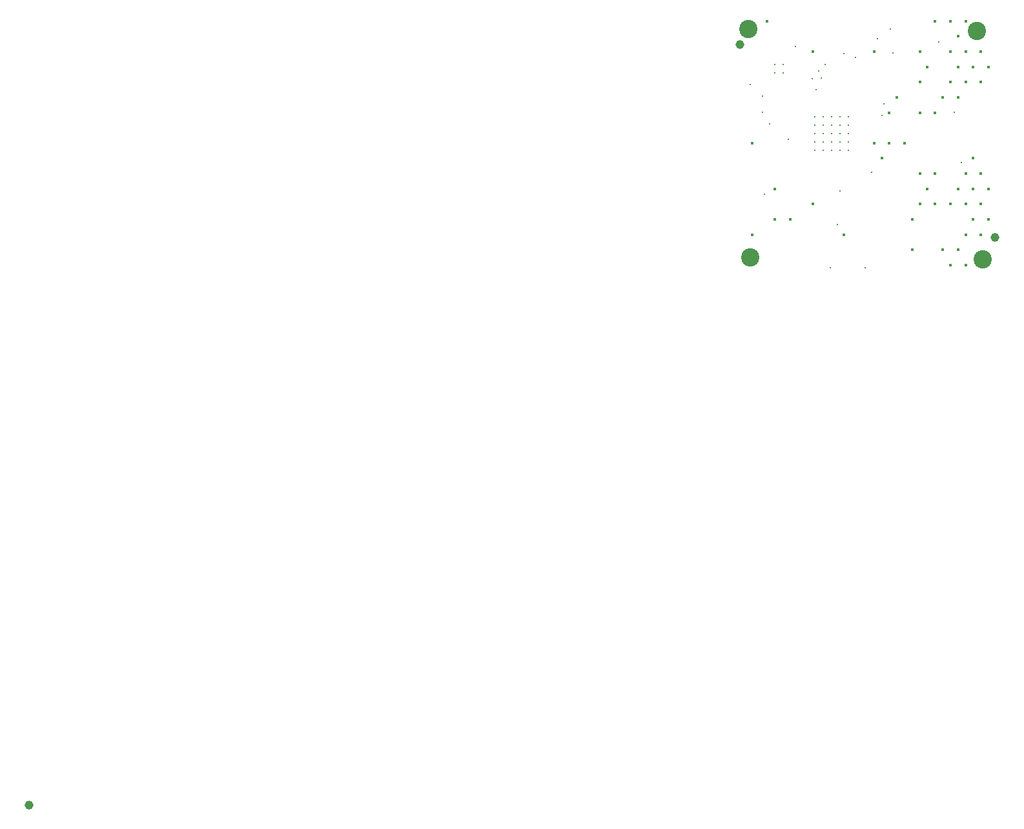
<source format=gbr>
%TF.GenerationSoftware,Altium Limited,Altium Designer,24.4.1 (13)*%
G04 Layer_Color=0*
%FSLAX45Y45*%
%MOMM*%
%TF.SameCoordinates,9860FC65-6E59-49BE-95FE-00A45DA03842*%
%TF.FilePolarity,Positive*%
%TF.FileFunction,Plated,1,4,PTH,Drill*%
%TF.Part,Single*%
G01*
G75*
%TA.AperFunction,OtherDrill,Pad Free-TH (34.25mm,4.65mm)*%
%ADD82C,1.15200*%
%TA.AperFunction,OtherDrill,Pad Free-TH (0.75mm,29.95mm)*%
%ADD83C,1.15200*%
%TA.AperFunction,OtherDrill,Pad Free-TH (-92.473mm,-69.848mm)*%
%ADD84C,1.15200*%
%TA.AperFunction,OtherDrill,Pad Free-MH (32.625mm,1.75mm)*%
%ADD85C,2.40000*%
%TA.AperFunction,OtherDrill,Pad Free-MH (2.125mm,2mm)*%
%ADD86C,2.40000*%
%TA.AperFunction,OtherDrill,Pad Free-MH (31.875mm,31.75mm)*%
%ADD87C,2.40000*%
%TA.AperFunction,OtherDrill,Pad Free-MH (1.875mm,32mm)*%
%ADD88C,2.40000*%
%TA.AperFunction,ViaDrill,NotFilled*%
%ADD89C,0.40000*%
%ADD90C,0.30000*%
%ADD91C,0.25000*%
%ADD92C,0.20000*%
D82*
X3425000Y465000D02*
D03*
D83*
X75000Y2995000D02*
D03*
D84*
X-9247300Y-6984800D02*
D03*
D85*
X3262500Y175000D02*
D03*
D86*
X212500Y200000D02*
D03*
D87*
X3187500Y3175000D02*
D03*
D88*
X187500Y3200000D02*
D03*
D89*
X3237507Y2900005D02*
D03*
X3337507Y2700005D02*
D03*
X3237507Y2500005D02*
D03*
Y1300005D02*
D03*
X3337507Y1100004D02*
D03*
X3237507Y900004D02*
D03*
X3337507Y700004D02*
D03*
X3237507Y500004D02*
D03*
X3037507Y3300006D02*
D03*
Y2900005D02*
D03*
X3137507Y2700005D02*
D03*
X3037507Y2500005D02*
D03*
X3137507Y1500005D02*
D03*
X3037507Y1300005D02*
D03*
X3137507Y1100004D02*
D03*
X3037507Y900004D02*
D03*
X3137507Y700004D02*
D03*
X3037507Y500004D02*
D03*
Y100004D02*
D03*
X2837507Y3300006D02*
D03*
X2937507Y3100005D02*
D03*
X2837507Y2900005D02*
D03*
X2937507Y2700005D02*
D03*
X2837507Y2500005D02*
D03*
X2937507Y2300005D02*
D03*
Y1100004D02*
D03*
X2837507Y900004D02*
D03*
X2937507Y300004D02*
D03*
X2837507Y100004D02*
D03*
X2637507Y3300006D02*
D03*
X2737507Y2300005D02*
D03*
X2637507Y2100005D02*
D03*
Y1300005D02*
D03*
Y900004D02*
D03*
X2737507Y300004D02*
D03*
X2437506Y2900005D02*
D03*
X2537506Y2700005D02*
D03*
X2437506Y2500005D02*
D03*
Y2100005D02*
D03*
Y1300005D02*
D03*
X2537506Y1100004D02*
D03*
X2437506Y900004D02*
D03*
X2237506Y1700005D02*
D03*
X2337506Y700004D02*
D03*
Y300004D02*
D03*
X2137506Y2300005D02*
D03*
X2037506Y2100005D02*
D03*
Y1700005D02*
D03*
X1837506Y2900005D02*
D03*
Y1700005D02*
D03*
X1937506Y1500005D02*
D03*
X1437506Y500004D02*
D03*
X1037506Y2900005D02*
D03*
Y900004D02*
D03*
X737506Y700004D02*
D03*
X437505Y3300006D02*
D03*
X537505Y1100004D02*
D03*
Y700004D02*
D03*
X237505Y1700005D02*
D03*
Y500004D02*
D03*
D90*
X470000Y1950556D02*
D03*
X1077500Y2405000D02*
D03*
X1022500Y2548056D02*
D03*
X1807500Y1315000D02*
D03*
X1940000Y2062500D02*
D03*
X805000Y2965000D02*
D03*
X399500Y1027459D02*
D03*
X2689500Y3027459D02*
D03*
X1970000Y2217500D02*
D03*
X374500Y2319959D02*
D03*
X214499Y2469959D02*
D03*
X372500Y2102500D02*
D03*
X1437500Y2875000D02*
D03*
X1195000Y2732500D02*
D03*
X1595000Y2825000D02*
D03*
X1260000Y62500D02*
D03*
X1722500D02*
D03*
X1392500Y1070000D02*
D03*
X1352500Y632500D02*
D03*
X2980000Y1442500D02*
D03*
X2890000Y2105000D02*
D03*
X2087500Y2885000D02*
D03*
X1885000Y3067500D02*
D03*
X1145000Y2550000D02*
D03*
X2047500Y3200000D02*
D03*
X1112500Y2650000D02*
D03*
D91*
X712500Y1750000D02*
D03*
D92*
X1497500Y1605000D02*
D03*
X1387500D02*
D03*
X1277500D02*
D03*
X1167500D02*
D03*
X1057500D02*
D03*
X1497500Y1715000D02*
D03*
X1387500D02*
D03*
X1277500D02*
D03*
X1167500D02*
D03*
X1057500D02*
D03*
X1497500Y1825000D02*
D03*
X1387500D02*
D03*
X1277500D02*
D03*
X1167500D02*
D03*
X1057500D02*
D03*
X1497500Y1935000D02*
D03*
X1387500D02*
D03*
X1277500D02*
D03*
X1167500D02*
D03*
X1057500D02*
D03*
X1497500Y2045000D02*
D03*
X1387500D02*
D03*
X1277500D02*
D03*
X1167500D02*
D03*
X1057500D02*
D03*
X642500Y2730000D02*
D03*
Y2620000D02*
D03*
X532500D02*
D03*
Y2730000D02*
D03*
%TF.MD5,349f56440555915204ad18749bcebc1c*%
M02*

</source>
